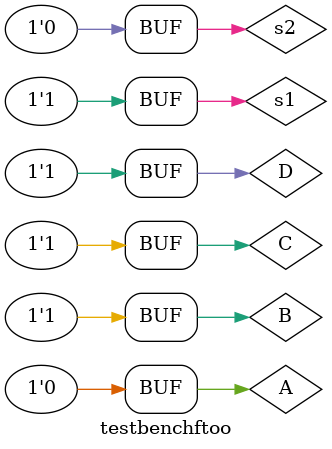
<source format=sv>
`timescale 1ns / 1ps


module FourtoOneMUX(input x1,x2,x3,x4, s1, s2, output y);
    
        wire w1, w2; 
    
         TwotoOneMUX gate1 (.a(x1), .b(x2), .c(s1), .d(w1)); 
    
         TwotoOneMUX gate2 (.a(x3), .b(x4), .c(s1), .d(w2)); 
    
         TwotoOneMUX gate3 (.a(w1), .b(w2), .c(s2), .d(y)); 
  
endmodule

module testbenchftoo();
    reg A, B, C, D, s1 ,s2;
    wire y;
    
    FourtoOneMUX o1(.x1(A), .x2(B), .x3(C), .x4(D), .s1(s1), .s2(s2), .y(y));
    
    initial begin
        A = 0; B = 0; C = 0; D = 0; s1 = 0; s2 = 0; #10;
        A = 0; B = 0; C = 0; D = 0; s1 = 0; s2 = 1; #10;
        A = 0; B = 0; C = 0; D = 0; s1 = 1; s2 = 0; #10;
        A = 0; B = 0; C = 0; D = 0; s1 = 1; s2 = 1; #10;
        A = 0; B = 0; C = 0; D = 1; s1 = 0; s2 = 0; #10;
        A = 0; B = 0; C = 0; D = 1; s1 = 0; s2 = 1; #10;
        A = 0; B = 0; C = 0; D = 1; s1 = 1; s2 = 0; #10;
        A = 0; B = 0; C = 0; D = 1; s1 = 1; s2 = 1; #10;
        A = 0; B = 0; C = 1; D = 0; s1 = 0; s2 = 0; #10;
        A = 0; B = 0; C = 1; D = 0; s1 = 0; s2 = 1; #10;
        A = 0; B = 0; C = 1; D = 0; s1 = 1; s2 = 0; #10;
        A = 0; B = 0; C = 1; D = 0; s1 = 1; s2 = 1; #10;
        A = 0; B = 0; C = 1; D = 1; s1 = 0; s2 = 0; #10;
        A = 0; B = 0; C = 1; D = 1; s1 = 0; s2 = 1; #10;
        A = 0; B = 0; C = 1; D = 1; s1 = 1; s2 = 0; #10;
        A = 0; B = 0; C = 1; D = 1; s1 = 1; s2 = 1; #10;
        A = 0; B = 1; C = 0; D = 0; s1 = 0; s2 = 0; #10;
        A = 0; B = 1; C = 0; D = 0; s1 = 0; s2 = 1; #10;
        A = 0; B = 1; C = 0; D = 0; s1 = 1; s2 = 0; #10;
        A = 0; B = 1; C = 0; D = 0; s1 = 1; s2 = 1; #10;
        A = 0; B = 1; C = 0; D = 1; s1 = 0; s2 = 0; #10;
        A = 0; B = 1; C = 0; D = 1; s1 = 0; s2 = 1; #10;
        A = 0; B = 1; C = 0; D = 1; s1 = 1; s2 = 0; #10;
        A = 0; B = 1; C = 0; D = 1; s1 = 1; s2 = 1; #10;
        A = 0; B = 1; C = 1; D = 0; s1 = 0; s2 = 0; #10;
        A = 0; B = 1; C = 1; D = 0; s1 = 0; s2 = 1; #10;
        A = 0; B = 1; C = 1; D = 0; s1 = 1; s2 = 0; #10;
        A = 0; B = 1; C = 1; D = 0; s1 = 1; s2 = 1; #10;
        A = 0; B = 1; C = 1; D = 1; s1 = 0; s2 = 0; #10;
        A = 0; B = 1; C = 1; D = 0; s1 = 0; s2 = 1; #10;
        A = 0; B = 1; C = 1; D = 0; s1 = 1; s2 = 0; #10;
        A = 0; B = 1; C = 1; D = 0; s1 = 1; s2 = 1; #10;
        A = 0; B = 1; C = 1; D = 1; s1 = 0; s2 = 0; #10;
        A = 0; B = 1; C = 1; D = 1; s1 = 0; s2 = 1; #10;
        A = 0; B = 1; C = 1; D = 1; s1 = 1; s2 = 0; #10; 
    end
endmodule

</source>
